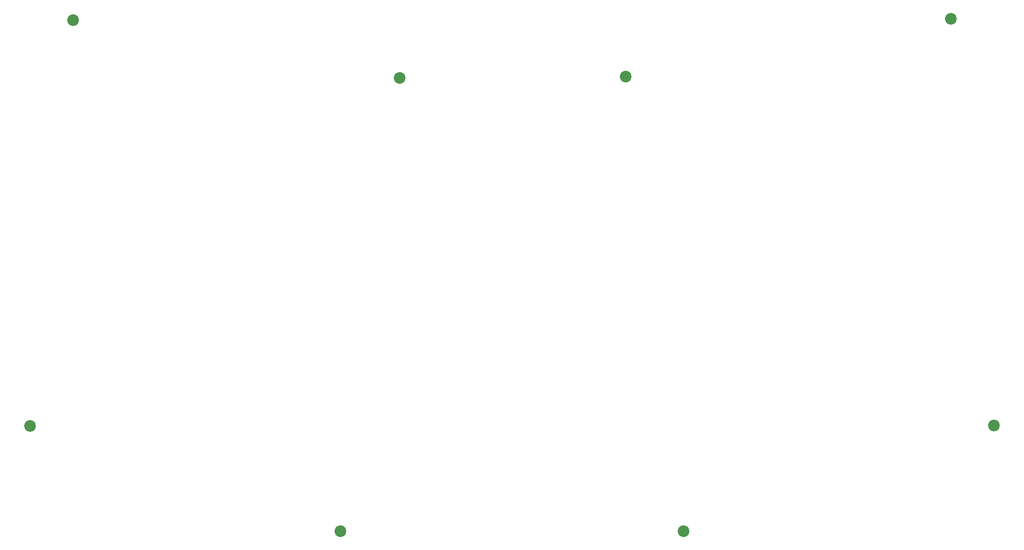
<source format=gbr>
%TF.GenerationSoftware,KiCad,Pcbnew,7.0.2-0*%
%TF.CreationDate,2023-08-23T20:44:57+09:00*%
%TF.ProjectId,rev1,72657631-2e6b-4696-9361-645f70636258,rev?*%
%TF.SameCoordinates,Original*%
%TF.FileFunction,Soldermask,Bot*%
%TF.FilePolarity,Negative*%
%FSLAX46Y46*%
G04 Gerber Fmt 4.6, Leading zero omitted, Abs format (unit mm)*
G04 Created by KiCad (PCBNEW 7.0.2-0) date 2023-08-23 20:44:57*
%MOMM*%
%LPD*%
G01*
G04 APERTURE LIST*
%ADD10C,2.200000*%
G04 APERTURE END LIST*
D10*
%TO.C,Ref\u002A\u002A*%
X245200000Y-123800000D03*
%TD*%
%TO.C,Ref\u002A\u002A*%
X63300000Y-123900000D03*
%TD*%
%TO.C,Ref\u002A\u002A*%
X186600000Y-143800000D03*
%TD*%
%TO.C,Ref\u002A\u002A*%
X237100000Y-47000000D03*
%TD*%
%TO.C,Ref\u002A\u002A*%
X71400000Y-47200000D03*
%TD*%
%TO.C,Ref\u002A\u002A*%
X133000000Y-58100000D03*
%TD*%
%TO.C,Ref\u002A\u002A*%
X175700000Y-57900000D03*
%TD*%
%TO.C,Ref\u002A\u002A*%
X121900000Y-143800000D03*
%TD*%
M02*

</source>
